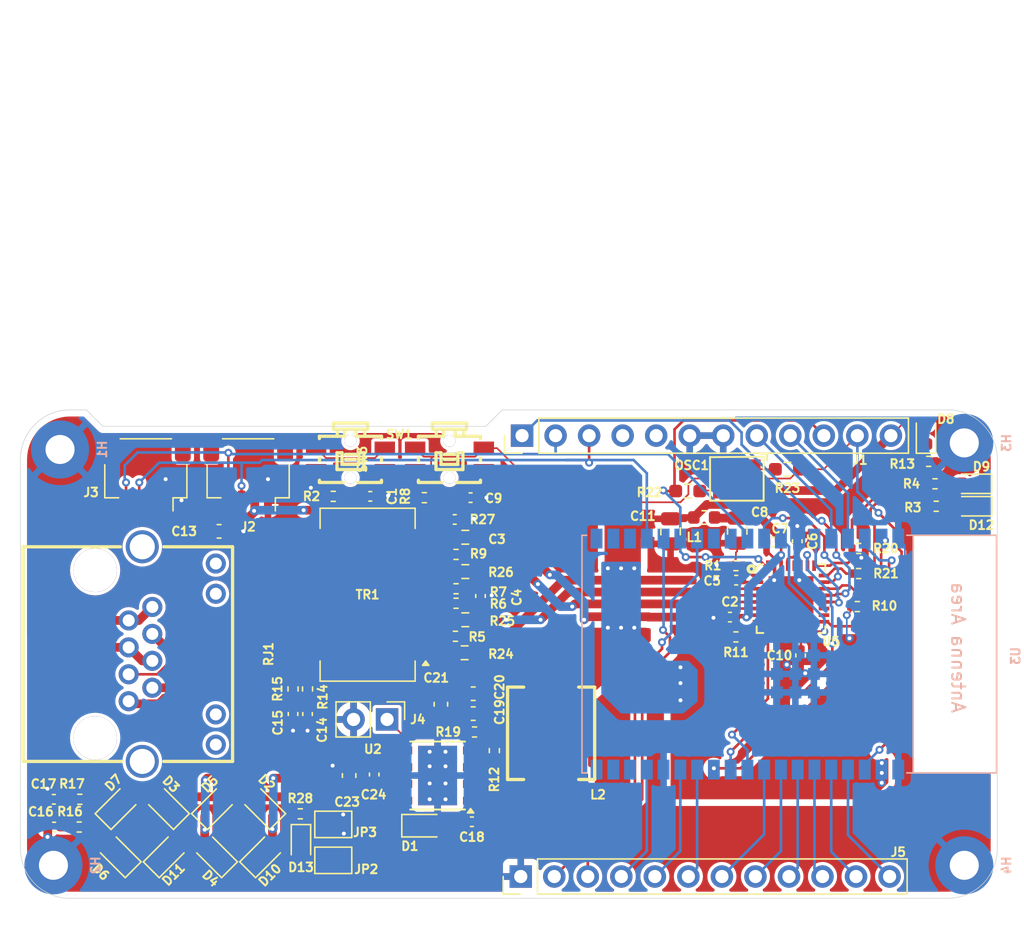
<source format=kicad_pcb>
(kicad_pcb (version 20240108) (generator "pcbnew") (generator_version "8.0")
  (layers (0 "F.Cu" signal) (31 "B.Cu" signal) (34 "B.Paste" user) (35 "F.Paste" user) (36 "B.SilkS" user "B.Silkscreen") (37 "F.SilkS" user "F.Silkscreen") (38 "B.Mask" user) (39 "F.Mask" user) (44 "Edge.Cuts" user))
  (net 0 "")
  (net 1 "+3V3")
  (net 2 "GND")
  (net 3 "Net-(C14-Pad2)")
  (net 4 "Net-(C15-Pad2)")
  (net 5 "Net-(C16-Pad2)")
  (net 6 "Net-(C17-Pad2)")
  (net 7 "/ESP_EN")
  (net 8 "/FULLBRIDGERECTIFIA/V1")
  (net 9 "/FULLBRIDGERECTIFIA/VP")
  (net 10 "/FULLBRIDGERECTIFIA/VN")
  (net 11 "/FULLBRIDGERECTIFIA/V2")
  (net 12 "/FULLBRIDGERECTIFIA1/V1")
  (net 13 "/FULLBRIDGERECTIFIA1/V2")
  (net 14 "/CSI_D7")
  (net 15 "/CSI_D0")
  (net 16 "/ESP_SCL")
  (net 17 "/ESP_SDA")
  (net 18 "/CSI_D5")
  (net 19 "/CSI_D4")
  (net 20 "/CSI_D1")
  (net 21 "/CSI_D2")
  (net 22 "/CSI_PCLK")
  (net 23 "/CSI_HSYNC")
  (net 24 "/CSI_D3")
  (net 25 "/CSI_D6")
  (net 26 "/ESP_BOOT_B1")
  (net 27 "Net-(C2-Pad2)")
  (net 28 "Net-(TR1-C_RD)")
  (net 29 "Net-(U5-RSET)")
  (net 30 "/TD-")
  (net 32 "Net-(C4-Pad1)")
  (net 33 "/TD+")
  (net 34 "Net-(U5-AVDD10OUT)")
  (net 35 "/RD-")
  (net 36 "Net-(U5-DVDD10OUT)")
  (net 37 "/RD+")
  (net 39 "Net-(U5-DVDD33)")
  (net 40 "/RTL_RXD1")
  (net 41 "/3V3_L")
  (net 42 "Net-(U2-BOOT)")
  (net 43 "/RTL_MDIO")
  (net 45 "/RTL_TXD0")
  (net 52 "/RTL_CLKIN_IO0")
  (net 53 "/RTL_EN")
  (net 56 "/RTL_RXD0")
  (net 57 "/RTL_MDC")
  (net 58 "/RTL_TXD1")
  (net 59 "/RTL_CRS_DV")
  (net 60 "/RTL_LED0")
  (net 61 "/RTL_TXEN")
  (net 62 "/ESP_TXD")
  (net 63 "/RTL_TXP")
  (net 64 "/RTL_RXN")
  (net 65 "/RTL_TXN")
  (net 66 "/RTL_RXP")
  (net 67 "Net-(OSC1-OUT)")
  (net 68 "/RTL_LED1")
  (net 69 "Net-(U5-RXDV)")
  (net 70 "Net-(U2-VSENSE)")
  (net 71 "/CSI_MCLK")
  (net 73 "/ESP_RXD_VSYNC")
  (net 76 "Net-(OSC1-Tri-state)")
  (net 77 "/RJ_TXN")
  (net 78 "/RJ_TXP")
  (net 79 "/RJ_RXN")
  (net 80 "/RJ_RXP")
  (net 81 "Net-(D8-K)")
  (net 82 "Net-(D9-A)")
  (net 83 "Net-(D12-A)")
  (net 84 "Net-(D13-K)")
  (net 85 "Net-(J4-Pin_1)")
  (net 90 "Net-(JP2-A)")
  (footprint "Capacitor_SMD:C_0402_1005Metric" (layer "F.Cu") (at 104.85 77.1 -90)
    (property "Reference" "C4")
    (property "Value" "22n/50V")
  )
  (footprint "Resistor_SMD:R_0603_1608Metric_Pad0.98x0.95mm_HandSolder" (layer "F.Cu") (at 128.1 67.5 180)
    (property "Reference" "R23")
    (property "Value" "27R/0603")
  )
  (footprint "Diode_SMD:D_SOD-323" (layer "F.Cu") (at 88.35 96.7 45)
    (property "Reference" "D10")
    (property "Value" "1N5819WS")
  )
  (footprint "Resistor_SMD:R_0402_1005Metric" (layer "F.Cu") (at 139.375 70.3)
    (property "Reference" "R3")
    (property "Value" "240")
  )
  (footprint "Diode_SMD:D_SOD-323" (layer "F.Cu") (at 84.7 96.7 135)
    (property "Reference" "D4")
    (property "Value" "1N5819WS")
  )
  (footprint "Capacitor_SMD:C_0402_1005Metric" (layer "F.Cu") (at 124.22 75.9)
    (property "Reference" "C5")
    (property "Value" "22n/50V")
  )
  (footprint "Diode_SMD:D_SOD-323" (layer "F.Cu") (at 81.05 96.7 45)
    (property "Reference" "D11")
    (property "Value" "1N5819WS")
  )
  (footprint "Capacitor_SMD:C_0603_1608Metric" (layer "F.Cu") (at 101.85 85.3 -90)
    (property "Reference" "C21")
    (property "Value" "22uF/6.3V")
  )
  (footprint "Resistor_SMD:R_0603_1608Metric_Pad0.98x0.95mm_HandSolder" (layer "F.Cu") (at 103.7 78.9)
    (property "Reference" "R25")
    (property "Value" "0R/0603")
  )
  (footprint "Resistor_SMD:R_0402_1005Metric" (layer "F.Cu") (at 74.5 92.5)
    (property "Reference" "R17")
    (property "Value" "75")
  )
  (footprint "Resistor_SMD:R_0402_1005Metric" (layer "F.Cu") (at 139.2875 68.6)
    (property "Reference" "R4")
    (property "Value" "240")
  )
  (footprint "Capacitor_SMD:C_0402_1005Metric" (layer "F.Cu") (at 96.8 90.62 -90)
    (property "Reference" "C24")
    (property "Value" "100n")
  )
  (footprint "Resistor_SMD:R_0603_1608Metric_Pad0.98x0.95mm_HandSolder" (layer "F.Cu") (at 103.65 81.4)
    (property "Reference" "R24")
    (property "Value" "0R/0603")
  )
  (footprint "Resistor_SMD:R_0402_1005Metric" (layer "F.Cu") (at 93.7 69.55 180)
    (property "Reference" "R2")
    (property "Value" "10k")
  )
  (footprint "LED_SMD:LED_0603_1608Metric" (layer "F.Cu") (at 142.0875 68.6 180)
    (property "Reference" "D9")
    (property "Value" "LED_RED")
  )
  (footprint "easyeda2kicad:RJ45-TH_R-RJ45R08P-C000" (layer "F.Cu") (at 81.5 81.5 -90)
    (property "Reference" "RJ1")
    (property "Value" "R-RJ45R08P-C000")
  )
  (footprint "Capacitor_SMD:C_0603_1608Metric" (layer "F.Cu") (at 104.3 86.01 180)
    (property "Reference" "C19")
    (property "Value" "22uF/6.3V")
  )
  (footprint "Resistor_SMD:R_0402_1005Metric" (layer "F.Cu") (at 90.65 84.14 90)
    (property "Reference" "R15")
    (property "Value" "75")
  )
  (footprint "Resistor_SMD:R_0402_1005Metric" (layer "F.Cu") (at 100.6 69.65 180)
    (property "Reference" "R8")
    (property "Value" "10k")
  )
  (footprint "Resistor_SMD:R_0603_1608Metric_Pad0.98x0.95mm_HandSolder" (layer "F.Cu") (at 120.55 69.15)
    (property "Reference" "R22")
    (property "Value" "27R/0603")
  )
  (footprint "Diode_SMD:D_SOD-323" (layer "F.Cu") (at 84.7 93.05 45)
    (property "Reference" "D5")
    (property "Value" "1N5819WS")
  )
  (footprint "Capacitor_SMD:C_0603_1608Metric" (layer "F.Cu") (at 85.05 72.2)
    (property "Reference" "C13")
    (property "Value" "10u")
  )
  (footprint "Capacitor_SMD:C_0402_1005Metric" (layer "F.Cu") (at 96.5 69.55)
    (property "Reference" "C1")
    (property "Value" "100n")
  )
  (footprint "Capacitor_SMD:C_0402_1005Metric" (layer "F.Cu") (at 72.55 94.6)
    (property "Reference" "C16")
    (property "Value" "22n/50V")
  )
  (footprint "Package_SO:TI_SO-PowerPAD-8_ThermalVias" (layer "F.Cu") (at 101.6 90.7 180)
    (property "Reference" "U2")
    (property "Value" "TPS5430DDA")
  )
  (footprint "easyeda2kicad:IND-SMD_L7.0-W6.6" (layer "F.Cu") (at 110.2 87.5 -90)
    (property "Reference" "L2")
    (property "Value" "FXL0630-6R8-M")
  )
  (footprint "Resistor_SMD:R_0402_1005Metric" (layer "F.Cu") (at 133.4 77.9 180)
    (property "Reference" "R10")
    (property "Value" "10k")
  )
  (footprint "Capacitor_SMD:C_0805_2012Metric" (layer "F.Cu") (at 124.3 72.15 90)
    (property "Reference" "C8")
    (property "Value" "47u")
  )
  (footprint "Resistor_SMD:R_0402_1005Metric" (layer "F.Cu") (at 138.8 66.9 180)
    (property "Reference" "R13")
    (property "Value" "2.49k")
  )
  (footprint "Connector_JST:JST_SH_SM04B-SRSS-TB_1x04-1MP_P1.00mm_Horizontal" (layer "F.Cu") (at 79.5 67.875 180)
    (property "Reference" "J3")
    (property "Value" "QWIIC")
  )
  (footprint "Jumper:SolderJumper-2_P1.3mm_Open_TrianglePad1.0x1.5mm" (layer "F.Cu") (at 93.7 94.4 180)
    (property "Reference" "JP3")
    (property "Value" "VPOE_PWR")
  )
  (footprint "Resistor_SMD:R_0402_1005Metric" (layer "F.Cu") (at 124.2 80.2 180)
    (property "Reference" "R11")
    (property "Value" "10k")
  )
  (footprint "Jumper:SolderJumper-2_P1.3mm_Open_TrianglePad1.0x1.5mm" (layer "F.Cu") (at 93.7 97.125 180)
    (property "Reference" "JP2")
    (property "Value" "VPOE_PWR")
  )
  (footprint "Capacitor_SMD:C_0402_1005Metric" (layer "F.Cu") (at 128.85 72.95 -90)
    (property "Reference" "C6")
    (property "Value" "22n/50V")
  )
  (footprint "Resistor_SMD:R_0402_1005Metric" (layer "F.Cu") (at 105.9 88.81 90)
    (property "Reference" "R12")
    (property "Value" "10k")
  )
  (footprint "Resistor_SMD:R_0603_1608Metric_Pad0.98x0.95mm_HandSolder" (layer "F.Cu") (at 103.7 75.25)
    (property "Reference" "R26")
    (property "Value" "0R/0603")
  )
  (footprint "Resistor_SMD:R_0402_1005Metric" (layer "F.Cu") (at 104.4 87.4)
    (property "Reference" "R19")
    (property "Value" "2.49k")
  )
  (footprint "Transformer_SMD:Transformer_Ethernet_Bourns_PT61017PEL" (layer "F.Cu") (at 96.3 77 180)
    (property "Reference" "TR1")
    (property "Value" "PT61017PEL")
  )
  (footprint "Capacitor_SMD:C_0402_1005Metric" (layer "F.Cu") (at 102.9 71.3 180)
    (property "Reference" "C3")
    (property "Value" "22n/50V")
  )
  (footprint "LED_SMD:LED_0603_1608Metric" (layer "F.Cu") (at 138.6 64.8 90)
    (property "Reference" "D8")
    (property "Value" "LED_RED")
  )
  (footprint "Capacitor_SMD:C_0402_1005Metric" (layer "F.Cu") (at 104.1 69.65)
    (property "Reference" "C9")
    (property "Value" "100n")
  )
  (footprint "Capacitor_SMD:C_0402_1005Metric" (layer "F.Cu") (at 129.1 81.6 90)
    (property "Reference" "C10")
    (property "Value" "22n/50V")
  )
  (footprint "easyeda2kicad:SW-SMD_EVQPUD02K" (layer "F.Cu") (at 95 66.75 90)
    (property "Reference" "SW1")
    (property "Value" "EVQPUC02K")
  )
  (footprint "Connector_PinHeader_2.54mm:PinHeader_1x02_P2.54mm_Vertical" (layer "F.Cu") (at 97.775 86.45 -90)
    (property "Reference" "J4")
    (property "Value" "Conn_01x02")
  )
  (footprint "Resistor_SMD:R_0402_1005Metric" (layer "F.Cu") (at 74.45 94.6)
    (property "Reference" "R16")
    (property "Value" "75")
  )
  (footprint "Resistor_SMD:R_0603_1608Metric_Pad0.98x0.95mm_HandSolder" (layer "F.Cu") (at 103.7 72.65)
    (property "Reference" "R27")
    (property "Value" "0R/0603")
  )
  (footprint "Connector_PinHeader_2.54mm:PinHeader_1x12_P2.54mm_Vertical" (layer "F.Cu") (at 108 64.95 90)
    (property "Reference" "J1")
    (property "Value" "Conn_01x12")
  )
  (footprint "Capacitor_SMD:C_0402_1005Metric" (layer "F.Cu") (at 91.75 86.04 90)
    (property "Reference" "C14")
    (property "Value" "22n/50V")
  )
  (footprint "Capacitor_SMD:C_0805_2012Metric" (layer "F.Cu") (at 119.25 72.2 90)
    (property "Reference" "C11")
    (property "Value" "47u")
  )
  (footprint "Diode_SMD:D_SOD-323" (layer "F.Cu") (at 100.5 94.5)
    (property "Reference" "D1")
    (property "Value" "1N5819WS")
  )
  (footprint "Resistor_SMD:R_0402_1005Metric" (layer "F.Cu") (at 103 76.55)
    (property "Reference" "R7")
    (property "Value" "75")
  )
  (footprint "Resistor_SMD:R_0402_1005Metric" (layer "F.Cu") (at 102.95 80.15)
    (property "Reference" "R5")
    (property "Value" "75")
  )
  (footprint "Connector_PinHeader_2.54mm:PinHeader_1x12_P2.54mm_Vertical" (layer "F.Cu") (at 107.9 98.35 90)
    (property "Reference" "J5")
    (property "Value" "Conn_01x12")
  )
  (footprint "Diode_SMD:D_SOD-323" (layer "F.Cu") (at 88.35 93.05 135)
    (property "Reference" "D2")
    (property "Value" "1N5819WS")
  )
  (footprint "Resistor_SMD:R_0402_1005Metric" (layer "F.Cu") (at 124.2 74.8)
    (property "Reference" "R1")
    (property "Value" "2.49k")
  )
  (footprint "LED_SMD:LED_0603_1608Metric" (layer "F.Cu") (at 91.25 95.9 -90)
    (property "Reference" "D13")
    (property "Value" "LED_RED")
  )
  (footprint "Capacitor_SMD:C_0402_1005Metric" (layer "F.Cu") (at 123.75 78.7)
    (property "Reference" "C2")
    (property "Value" "22n/50V")
  )
  (footprint "Capacitor_SMD:C_0402_1005Metric" (layer "F.Cu") (at 72.53 92.5)
    (property "Reference" "C17")
    (property "Value" "22n/50V")
  )
  (footprint "Capacitor_SMD:C_0402_1005Metric" (layer "F.Cu") (at 90.65 86.04 90)
    (property "Reference" "C15")
    (property "Value" "22n/50V")
  )
  (footprint "Connector_JST:JST_SH_SM04B-SRSS-TB_1x04-1MP_P1.00mm_Horizontal" (layer "F.Cu") (at 87.25 67.875 180)
    (property "Reference" "J2")
    (property "Value" "QWIIC")
  )
  (footprint "Resistor_SMD:R_0402_1005Metric" (layer "F.Cu") (at 91.2 93.6)
    (property "Reference" "R28")
    (property "Value" "10k")
  )
  (footprint "easyeda2kicad:QFN-32_L5.0-W5.0-P0.50-BL-EP3.4" (layer "F.Cu") (at 128.3725 77.3 -90)
    (property "Reference" "U5")
    (property "Value" "RTL8201FI-VC-CG")
  )
  (footprint "Diode_SMD:D_SOD-323" (layer "F.Cu") (at 77.4 93.05 45)
    (property "Reference" "D7")
    (property "Value" "1N5819WS")
  )
  (footprint "Resistor_SMD:R_0402_1005Metric" (layer "F.Cu") (at 133.5 75.4 180)
    (property "Reference" "R21")
    (property "Value" "10k")
  )
  (footprint "LED_SMD:LED_0603_1608Metric" (layer "F.Cu") (at 142.1 70.3 180)
    (property "Reference" "D12")
    (property "Value" "LED_RED")
  )
  (footprint "Inductor_SMD:L_0603_1608Metric" (layer "F.Cu") (at 121.8 71.15)
    (property "Reference" "L1")
    (property "Value" "L")
  )
  (footprint "Capacitor_SMD:C_0603_1608Metric" (layer "F.Cu") (at 94.9 90.7 90)
    (property "Reference" "C23")
    (property "Value" "10u")
  )
  (footprint "Capacitor_SMD:C_0402_1005Metric" (layer "F.Cu") (at 104.2 94.2 180)
    (property "Reference" "C18")
    (property "Value" "100n")
  )
  (footprint "Diode_SMD:D_SOD-323" (layer "F.Cu") (at 77.4 96.7 135)
    (property "Reference" "D6")
    (property "Value" "1N5819WS")
  )
  (footprint "Diode_SMD:D_SOD-323" (layer "F.Cu") (at 81.056244 93.05 135)
    (property "Reference" "D3")
    (property "Value" "1N5819WS")
  )
  (footprint "easyeda2kicad:OSC-SMD_4P-L3.2-W2.5-BL" (layer "F.Cu") (at 124.27 68.23 180)
    (property "Reference" "OSC1")
    (property "Value" "OT2EL4C4JI-111OLP-50M")
  )
  (footprint "Resistor_SMD:R_0402_1005Metric" (layer "F.Cu") (at 91.75 84.14 90)
    (property "Reference" "R14")
    (property "Value" "75")
  )
  (footprint "Resistor_SMD:R_0402_1005Metric" (layer "F.Cu") (at 103 73.95)
    (property "Reference" "R9")
    (property "Value" "75")
  )
  (footprint "Resistor_SMD:R_0402_1005Metric" (layer "F.Cu") (at 103 77.65)
    (property "Reference" "R6")
    (property "Value" "75")
  )
  (footprint "easyeda2kicad:SW-SMD_EVQPUD02K" (layer "F.Cu") (at 102.5 66.75 90)
    (property "Reference" "SW3")
    (property "Value" "EVQPUC02K")
  )
  (footprint "Capacitor_SMD:C_0603_1608Metric" (layer "F.Cu") (at 104.3 84.5 180)
    (property "Reference" "C20")
    (property "Value" "22uF/6.3V")
  )
  (footprint "Resistor_SMD:R_0402_1005Metric" (layer "F.Cu") (at 133.5 73.5 180)
    (property "Reference" "R20")
    (property "Value" "10k")
  )
  (footprint "Capacitor_SMD:C_0402_1005Metric" (layer "F.Cu") (at 127 73)
    (property "Reference" "C7")
    (property "Value" "22n/50V")
  )
  (footprint "Espressif:ESP32-WROVER-E" (layer "B.Cu") (at 128.245 81.5 90)
    (property "Reference" "U3")
    (property "Value" "ESP32-WROVER-E")
  )
  (footprint "MountingHole:MountingHole_2.2mm_M2_Pad_TopOnly" (layer "B.Cu") (at 141.5 65.5 90)
    (property "Reference" "H3")
    (property "Value" "SCR")
  )
  (footprint "MountingHole:MountingHole_2.2mm_M2_Pad_TopOnly" (layer "B.Cu") (at 72.5 97.5 90)
    (property "Reference" "H2")
    (property "Value" "SCR")
  )
  (footprint "MountingHole:MountingHole_2.2mm_M2_Pad_TopOnly" (layer "B.Cu") (at 141.5 97.5 90)
    (property "Reference" "H4")
    (property "Value" "SCR")
  )
  (footprint "MountingHole:MountingHole_2.2mm_M2_Pad_TopOnly" (layer "B.Cu") (at 73 66 90)
    (property "Reference" "H1")
    (property "Value" "SCR")
  )
  (gr_arc (start 144 96.25) (mid 142.90165 98.90165) (end 140.25 100) (stroke (width 0.05)) (layer "Edge.Cuts"))
  (gr_line (start 140.25 63) (end 106.5 63) (stroke (width 0.05)) (layer "Edge.Cuts"))
  (gr_arc (start 70 66.75) (mid 71.09835 64.09835) (end 73.75 63) (stroke (width 0.05)) (layer "Edge.Cuts"))
  (gr_line (start 75 63) (end 73.75 63) (stroke (width 0.05)) (layer "Edge.Cuts"))
  (gr_line (start 105.25 64.25) (end 106.5 63) (stroke (width 0.05)) (layer "Edge.Cuts"))
  (gr_arc (start 140.25 63) (mid 142.90165 64.09835) (end 144 66.75) (stroke (width 0.05)) (layer "Edge.Cuts"))
  (gr_line (start 70 96.25) (end 70 66.75) (stroke (width 0.05)) (layer "Edge.Cuts"))
  (gr_line (start 76.25 64.25) (end 105.25 64.25) (stroke (width 0.05)) (layer "Edge.Cuts"))
  (gr_arc (start 73.75 100) (mid 71.09835 98.90165) (end 70 96.25) (stroke (width 0.05)) (layer "Edge.Cuts"))
  (gr_line (start 76.25 64.25) (end 75 63) (stroke (width 0.05)) (layer "Edge.Cuts"))
  (gr_line (start 105 100) (end 140.25 100) (stroke (width 0.05)) (layer "Edge.Cuts"))
  (gr_line (start 144 66.75) (end 144 96.25) (stroke (width 0.05)) (layer "Edge.Cuts"))
  (gr_line (start 73.75 100) (end 105 100) (stroke (width 0.05)) (layer "Edge.Cuts"))
  (segment (start 100.09 70.56) (end 100.05 70.6) (width 0.127) (layer "F.Cu") (net 1))
  (segment (start 96.9 82.05) (end 96.9 70.6) (width 0.66) (layer "F.Cu") (net 1))
  (segment (start 124.313 70.167) (end 121.9955 70.167) (width 0.66) (layer "F.Cu") (net 1))
  (segment (start 120.95 71.15) (end 120.85 71.25) (width 0.127) (layer "F.Cu") (net 1))
  (segment (start 132.89 77.9) (end 132.89 78.26) (width 0.127) (layer "F.Cu") (net 1))
  (segment (start 101.85 84.525) (end 99.375 84.525) (width 0.66) (layer "F.Cu") (net 1))
  (segment (start 93.15 70.6) (end 91.45 70.6) (width 0.66) (layer "F.Cu") (net 1))
  (segment (start 138.6 64.0125) (end 136.8775 64.0125) (width 0.127) (layer "F.Cu") (net 1))
  (segment (start 105.9 86.835) (end 105.075 86.01) (width 0.127) (layer "F.Cu") (net 1))
  (segment (start 125.37 69.11) (end 124.313 70.167) (width 0.66) (layer "F.Cu") (net 1))
  (segment (start 135.94 64.95) (end 131.78 69.11) (width 0.66) (layer "F.Cu") (net 1))
  (segment (start 123.69 80.2) (end 123.3 80.2) (width 0.127) (layer "F.Cu") (net 1))
  (segment (start 87.75 70.7) (end 87.75 69.875) (width 0.66) (layer "F.Cu") (net 1))
  (segment (start 87.343 71.107) (end 87.75 70.7) (width 0.66) (layer "F.Cu") (net 1))
  (segment (start 131.78 69.11) (end 125.37 69.11) (width 0.66) (layer "F.Cu") (net 1))
  (segment (start 84.275 72.2) (end 84.275 71.132) (width 0.66) (layer "F.Cu") (net 1))
  (segment (start 102.807 83.568) (end 101.85 84.525) (width 0.66) (layer "F.Cu") (net 1))
  (segment (start 105.075 84.5) (end 104.143 83.568) (width 0.66) (layer "F.Cu") (net 1))
  (segment (start 136.8775 64.0125) (end 135.94 64.95) (width 0.127) (layer "F.Cu") (net 1))
  (segment (start 96.9 70.6) (end 93.15 70.6) (width 0.66) (layer "F.Cu") (net 1))
  (segment (start 105.9 88.3) (end 105.9 86.835) (width 0.127) (layer "F.Cu") (net 1))
  (segment (start 120.85 71.25) (end 119.25 71.25) (width 0.127) (layer "F.Cu") (net 1))
  (segment (start 84.25 71.107) (end 87.343 71.107) (width 0.66) (layer "F.Cu") (net 1))
  (segment (start 80 69.875) (end 80 70.649999) (width 0.66) (layer "F.Cu") (net 1))
  (segment (start 132.89 78.26) (end 132.6 78.55) (width 0.127) (layer "F.Cu") (net 1))
  (segment (start 84.275 71.132) (end 84.25 71.107) (width 0.66) (layer "F.Cu") (net 1))
  (segment (start 121.0125 71.15) (end 120.95 71.15) (width 0.127) (layer "F.Cu") (net 1))
  (segment (start 122.4 80.75) (end 121.85 80.2) (width 0.127) (layer "F.Cu") (net 1))
  (segment (start 121.9955 70.167) (end 121.0125 71.15) (width 0.66) (layer "F.Cu") (net 1))
  (segment (start 122.75 80.75) (end 122.4 80.75) (width 0.127) (layer "F.Cu") (net 1))
  (segment (start 123.3 80.2) (end 122.75 80.75) (width 0.127) (layer "F.Cu") (net 1))
  (segment (start 104.143 83.568) (end 102.807 83.568) (width 0.66) (layer "F.Cu") (net 1))
  (segment (start 100.09 69.65) (end 100.09 70.56) (width 0.127) (layer "F.Cu") (net 1))
  (segment (start 80 70.649999) (end 80.457001 71.107) (width 0.66) (layer "F.Cu") (net 1))
  (segment (start 99.375 84.525) (end 96.9 82.05) (width 0.66) (layer "F.Cu") (net 1))
  (segment (start 93.19 69.55) (end 93.19 70.56) (width 0.127) (layer "F.Cu") (net 1))
  (segment (start 80.457001 71.107) (end 84.25 71.107) (width 0.66) (layer "F.Cu") (net 1))
  (segment (start 93.19 70.56) (end 93.15 70.6) (width 0.127) (layer "F.Cu") (net 1))
  (segment (start 96.9 70.6) (end 100.05 70.6) (width 0.66) (layer "F.Cu") (net 1))
  (via (at 91.45 70.6) (size 0.6) (drill 0.3) (layers "F.Cu" "B.Cu") (net 1))
  (via (at 135.25 89.75) (size 0.6) (drill 0.3) (layers "F.Cu" "B.Cu") (net 1))
  (via (at 120 85) (size 0.6) (drill 0.3) (layers "F.Cu" "B.Cu") (net 1))
  (via (at 132.6 78.55) (size 0.6) (drill 0.3) (layers "F.Cu" "B.Cu") (net 1))
  (via (at 114.5 79.5) (size 0.6) (drill 0.3) (layers "F.Cu" "B.Cu") (net 1))
  (via (at 135.25 90.5) (size 0.6) (drill 0.3) (layers "F.Cu" "B.Cu") (net 1))
  (via (at 114.5 75) (size 0.6) (drill 0.3) (layers "F.Cu" "B.Cu") (net 1))
  (via (at 115.5 79.5) (size 0.6) (drill 0.3) (layers "F.Cu" "B.Cu") (net 1))
  (via (at 116.5 79.5) (size 0.6) (drill 0.3) (layers "F.Cu" "B.Cu") (net 1))
  (via (at 120 82.5) (size 0.6) (drill 0.3) (layers "F.Cu" "B.Cu") (net 1))
  (via (at 87.7 70.65) (size 0.6) (drill 0.3) (layers "F.Cu" "B.Cu") (net 1))
  (via (at 120 83.7) (size 0.6) (drill 0.3) (layers "F.Cu" "B.Cu") (net 1))
  (via (at 115.5 75) (size 0.6) (drill 0.3) (layers "F.Cu" "B.Cu") (net 1))
  (via (at 132.8 80.3) (size 0.6) (drill 0.3) (layers "F.Cu" "B.Cu") (net 1))
  (via (at 116.5 75) (size 0.6) (drill 0.3) (layers "F.Cu" "B.Cu") (net 1))
  (via (at 135.25 91.25) (size 0.6) (drill 0.3) (layers "F.Cu" "B.Cu") (net 1))
  (segment (start 91.45 70.6) (end 87.75 70.6) (width 0.66) (layer "B.Cu") (net 1))
  (segment (start 135.25 91.25) (end 135.25 90.5) (width 0.127) (layer "B.Cu") (net 1))
  (segment (start 132.6 80.1) (end 132.8 80.3) (width 0.127) (layer "B.Cu") (net 1))
  (segment (start 132.6 78.55) (end 132.6 80.1) (width 0.127) (layer "B.Cu") (net 1))
  (segment (start 87.75 70.6) (end 87.7 70.65) (width 0.66) (layer "B.Cu") (net 1))
  (segment (start 134.01 75.4) (end 134.01 74.51) (width 0.127) (layer "F.Cu") (net 2))
  (segment (start 127.1225 74.2725) (end 126.52 73.67) (width 0.2) (layer "F.Cu") (net 2))
  (segment (start 72.07 95.33) (end 72.05 95.35) (width 0.66) (layer "F.Cu") (net 2))
  (segment (start 104.85 77.58) (end 105.17 77.58) (width 0.127) (layer "F.Cu") (net 2))
  (segment (start 129.1 82.08) (end 129.1 82.6) (width 0.2) (layer "F.Cu") (net 2))
  (segment (start 134.01 73.5) (end 134.01 73.89) (width 0.127) (layer "F.Cu") (net 2))
  (segment (start 105.17 77.58) (end 105.7 77.05) (width 0.127) (layer "F.Cu") (net 2))
  (segment (start 81 69.875) (end 81 68.25) (width 0.127) (layer "F.Cu") (net 2))
  (segment (start 103.38 71.3) (end 104.3 71.3) (width 0.66) (layer "F.Cu") (net 2))
  (segment (start 127.1225 74.8) (end 127.1225 74.2725) (width 0.2) (layer "F.Cu") (net 2))
  (segment (start 72.05 92.5) (end 72.05 91.7) (width 0.66) (layer "F.Cu") (net 2))
  (segment (start 96.98 69.55) (end 97.8 69.55) (width 0.127) (layer "F.Cu") (net 2))
  (segment (start 88.75 69.875) (end 88.75 68.25) (width 0.127) (layer "F.Cu") (net 2))
  (segment (start 85.825 72.2) (end 86.9 72.2) (width 0.66) (layer "F.Cu") (net 2))
  (segment (start 94.5 95.1) (end 94.45 95.05) (width 0.127) (layer "F.Cu") (net 2))
  (segment (start 97.8 69.55) (end 97.85 69.5) (width 0.127) (layer "F.Cu") (net 2))
  (segment (start 94.9 89.925) (end 96.585 89.925) (width 0.66) (layer "F.Cu") (net 2))
  (segment (start 90.65 86.52) (end 90.65 87.3) (width 0.127) (layer "F.Cu") (net 2))
  (segment (start 96.585 89.925) (end 96.8 90.14) (width 0.66) (layer "F.Cu") (net 2))
  (segment (start 124.2 74.29) (end 124.2 73.8) (width 0.127) (layer "F.Cu") (net 2))
  (segment (start 82.175 69.875) (end 82.2 69.85) (width 0.127) (layer "F.Cu") (net 2))
  (segment (start 126.52 73.67) (end 126.52 73) (width 0.2) (layer "F.Cu") (net 2))
  (segment (start 104.58 69.65) (end 105.3 69.65) (width 0.127) (layer "F.Cu") (net 2))
  (segment (start 93.675 89.925) (end 93.65 89.95) (width 0.66) (layer "F.Cu") (net 2))
  (segment (start 127.1225 74.8) (end 127.1225 76.05) (width 0.2) (layer "F.Cu") (net 2))
  (segment (start 94.9 89.925) (end 93.675 89.925) (width 0.66) (layer "F.Cu") (net 2))
  (segment (start 124.3 73.7) (end 124.3 73.1) (width 0.127) (layer "F.Cu") (net 2))
  (segment (start 129.1 82.08) (end 128.27 82.08) (width 0.2) (layer "F.Cu") (net 2))
  (segment (start 127.1 75.9) (end 127.1 74.8225) (width 0.2) (layer "F.Cu") (net 2))
  (segment (start 124.2 73.8) (end 124.3 73.7) (width 0.127) (layer "F.Cu") (net 2))
  (segment (start 92.4 67.6) (end 92.4 68.5) (width 0.127) (layer "F.Cu") (net 2))
  (segment (start 128.27 82.08) (end 128.05 82.3) (width 0.2) (layer "F.Cu") (net 2))
  (segment (start 94.45 95.05) (end 94.45 93.65) (width 0.127) (layer "F.Cu") (net 2))
  (segment (start 127.1225 76.05) (end 128.3725 77.3) (width 0.2) (layer "F.Cu") (net 2))
  (segment (start 92.4 68.5) (end 92 68.9) (width 0.127) (layer "F.Cu") (net 2))
  (segment (start 129.1 82.6) (end 129.45 82.95) (width 0.2) (layer "F.Cu") (net 2))
  (segment (start 104.3 71.3) (end 104.35 71.25) (width 0.66) (layer "F.Cu") (net 2))
  (segment (start 134.01 73.89) (end 133.7 74.2) (width 0.127) (layer "F.Cu") (net 2))
  (segment (start 81 69.875) (end 82.175 69.875) (width 0.127) (layer "F.Cu") (net 2))
  (segment (start 128.85 72.47) (end 128.85 71.8) (width 0.2) (layer "F.Cu") (net 2))
  (segment (start 91.75 86.52) (end 91.75 87.3) (width 0.127) (layer "F.Cu") (net 2))
  (segment (start 123.69 74.8) (end 124.2 74.29) (width 0.127) (layer "F.Cu") (net 2))
  (segment (start 134.01 74.51) (end 133.7 74.2) (width 0.127) (layer "F.Cu") (net 2))
  (segment (start 127.1 74.8225) (end 127.1225 74.8) (width 0.2) (layer "F.Cu") (net 2))
  (segment (start 72.07 94.6) (end 72.07 95.33) (width 0.66) (layer "F.Cu") (net 2))
  (via (at 127.1 75.9) (size 0.6) (drill 0.3) (layers "F.Cu" "B.Cu") (net 2))
  (via (at 94.5 95.1) (size 0.6) (drill 0.3) (layers "F.Cu" "B.Cu") (net 2))
  (via (at 129.45 82.95) (size 0.6) (drill 0.3) (layers "F.Cu" "B.Cu") (net 2))
  (via (at 94.45 93.65) (size 0.6) (drill 0.3) (layers "F.Cu" "B.Cu") (net 2))
  (via (at 72.05 95.35) (size 0.6) (drill 0.3) (layers "F.Cu" "B.Cu") (net 2))
  (via (at 133.7 74.2) (size 0.6) (drill 0.3) (layers "F.Cu" "B.Cu") (net 2))
  (via (at 81 68.25) (size 0.6) (drill 0.3) (layers "F.Cu" "B.Cu") (net 2))
  (via (at 91.75 87.3) (size 0.6) (drill 0.3) (layers "F.Cu" "B.Cu") (net 2))
  (via (at 128.05 82.3) (size 0.6) (drill 0.3) (layers "F.Cu" "B.Cu") (net 2))
  (via (at 90.65 87.3) (size 0.6) (drill 0.3) (layers "F.Cu" "B.Cu") (net 2))
  (via (at 82.2 69.85) (size 0.6) (drill 0.3) (layers "F.Cu" "B.Cu") (net 2))
  (via (at 122.75 75.75) (size 0.6) (drill 0.3) (layers "F.Cu" "B.Cu") (net 2))
  (via (at 88.75 68.25) (size 0.6) (drill 0.3) (layers "F.Cu" "B.Cu") (net 2))
  (via (at 97.85 69.5) (size 0.6) (drill 0.3) (layers "F.Cu" "B.Cu") (net 2))
  (via (at 86.9 72.2) (size 0.6) (drill 0.3) (layers "F.Cu" "B.Cu") (net 2))
  (via (at 92 68.9) (size 0.6) (drill 0.3) (layers "F.Cu" "B.Cu") (net 2))
  (via (at 129 75.9) (size 0.6) (drill 0.3) (layers "F.Cu" "B.Cu") (net 2))
  (via (at 128.85 71.8) (size 0.6) (drill 0.3) (layers "F.Cu" "B.Cu") (net 2))
  (via (at 104.35 71.25) (size 0.6) (drill 0.3) (layers "F.Cu" "B.Cu") (net 2))
  (via (at 105.3 69.65) (size 0.6) (drill 0.3) (layers "F.Cu" "B.Cu") (net 2))
  (via (at 93.65 89.95) (size 0.6) (drill 0.3) (layers "F.Cu" "B.Cu") (net 2))
  (via (at 105.7 77.05) (size 0.6) (drill 0.3) (layers "F.Cu" "B.Cu") (net 2))
  (via (at 122.5 78.75) (size 0.6) (drill 0.3) (layers "F.Cu" "B.Cu") (net 2))
  (via (at 72.05 91.7) (size 0.6) (drill 0.3) (layers "F.Cu" "B.Cu") (net 2))
  (via (at 122.75 74.75) (size 0.6) (drill 0.3) (layers "F.Cu" "B.Cu") (net 2))
  (segment (start 137 73.25) (end 137 75) (width 0.127) (layer "B.Cu") (net 2))
  (segment (start 136.5 72.75) (end 137 73.25) (width 0.127) (layer "B.Cu") (net 2))
  (segment (start 91.75 84.65) (end 91.75 85.56) (width 0.127) (layer "F.Cu") (net 3))
  (segment (start 90.65 84.65) (end 90.65 85.56) (width 0.127) (layer "F.Cu") (net 4))
  (segment (start 73.94 94.6) (end 73.03 94.6) (width 0.66) (layer "F.Cu") (net 5))
  (segment (start 73.99 92.5) (end 73.01 92.5) (width 0.66) (layer "F.Cu") (net 6))
  (segment (start 101.11 69.65) (end 103.62 69.65) (width 0.127) (layer "F.Cu") (net 7))
  (segment (start 128.3125 68.2) (end 121 68.2) (width 0.127) (layer "F.Cu") (net 7))
  (segment (start 136.2 87.626) (end 135.076 88.75) (width 0.2) (layer "F.Cu") (net 7))
  (segment (start 136.2 72) (end 136.2 73.2) (width 0.2) (layer "F.Cu") (net 7))
  (segment (start 130.85 67.5) (end 133.4 64.95) (width 0.127) (layer "F.Cu") (net 7))
  (segment (start 120.6 69.390102) (end 119.990102 70) (width 0.127) (layer "F.Cu") (net 7))
  (segment (start 119.990102 70) (end 110.2 70) (width 0.127) (layer "F.Cu") (net 7))
  (segment (start 121 68.2) (end 120.6 68.6) (width 0.127) (layer "F.Cu") (net 7))
  (segment (start 104.45 66.55) (end 105.1 65.9) (width 0.127) (layer "F.Cu") (net 7))
  (segment (start 129.0125 67.5) (end 130.85 67.5) (width 0.127) (layer "F.Cu") (net 7))
  (segment (start 129.0125 67.5) (end 128.3125 68.2) (width 0.127) (layer "F.Cu") (net 7))
  (segment (start 99.9 65.9) (end 100.55 66.55) (width 0.127) (layer "F.Cu") (net 7))
  (segment (start 136.2 75.6) (end 136.2 87.626) (width 0.2) (layer "F.Cu") (net 7))
  (segment (start 136.2 73.2) (end 136.75 73.75) (width 0.2) (layer "F.Cu") (net 7))
  (segment (start 136.75 75.05) (end 136.2 75.6) (width 0.2) (layer "F.Cu") (net 7))
  (segment (start 136.75 73.75) (end 136.75 75.05) (width 0.2) (layer "F.Cu") (net 7))
  (segment (start 135 70.8) (end 136.2 72) (width 0.2) (layer "F.Cu") (net 7))
  (segment (start 106.1 65.9) (end 105.1 65.9) (width 0.127) (layer "F.Cu") (net 7))
  (segment (start 110.2 70) (end 106.1 65.9) (width 0.127) (layer "F.Cu") (net 7))
  (segment (start 100.55 66.55) (end 101.25 66.55) (width 0.127) (layer "F.Cu") (net 7))
  (segment (start 120.6 68.6) (end 120.6 69.390102) (width 0.127) (layer "F.Cu") (net 7))
  (segment (start 101.25 66.55) (end 104.45 66.55) (width 0.127) (layer "F.Cu") (net 7))
  (segment (start 101.11 66.69) (end 101.25 66.55) (width 0.127) (layer "F.Cu") (net 7))
  (segment (start 101.11 69.65) (end 101.11 66.69) (width 0.127) (layer "F.Cu") (net 7))
  (via (at 135.076 88.75) (size 0.6) (drill 0.3) (layers "F.Cu" "B.Cu") (net 7))
  (via (at 135 70.8) (size 0.6) (drill 0.3) (layers "F.Cu" "B.Cu") (net 7))
  (segment (start 133.4 64.95) (end 133.4 69.2) (width 0.2) (layer "B.Cu") (net 7))
  (segment (start 133.96 89.866) (end 133.96 90.25) (width 0.2) (layer "B.Cu") (net 7))
  (segment (start 135.076 88.75) (end 133.96 89.866) (width 0.2) (layer "B.Cu") (net 7))
  (segment (start 133.4 69.2) (end 135 70.8) (width 0.2) (layer "B.Cu") (net 7))
  (segment (start 93.994 82.468986) (end 93.994 74.409) (width 0.66) (layer "F.Cu") (net 8))
  (segment (start 92.832986 83.63) (end 93.994 82.468986) (width 0.66) (layer "F.Cu") (net 8))
  (segment (start 89.092462 95.957538) (end 89.092462 93.792462) (width 0.66) (layer "F.Cu") (net 8))
  (segment (start 89.75 90.9) (end 89.15 90.9) (width 0.66) (layer "F.Cu") (net 8))
  (segment (start 92.832986 87.817014) (end 90.6 90.05) (width 0.66) (layer "F.Cu") (net 8))
  (segment (start 90.6 90.05) (end 89.75 90.9) (width 0.66) (layer "F.Cu") (net 8))
  (segment (start 91.75 83.63) (end 92.832986 83.63) (width 0.66) (layer "F.Cu") (net 8))
  (segment (start 92.832986 83.63) (end 92.832986 87.817014) (width 0.66) (layer "F.Cu") (net 8))
  (segment (start 93.41 73.825) (end 91.9 73.825) (width 0.66) (layer "F.Cu") (net 8))
  (segment (start 93.994 74.409) (end 93.41 73.825) (width 0.66) (layer "F.Cu") (net 8))
  (via (at 89.092462 94.75) (size 0.6) (drill 0.3) (layers "F.Cu" "B.Cu") (net 8))
  (via (at 89.15 90.9) (size 0.6) (drill 0.3) (layers "F.Cu" "B.Cu") (net 8))
  (segment (start 89.15 90.9) (end 89.15 94.692462) (width 0.66) (layer "B.Cu") (net 8))
  (segment (start 89.15 94.692462) (end 89.092462 94.75) (width 0.66) (layer "B.Cu") (net 8))
  (segment (start 87 97.442462) (end 87.607538 97.442462) (width 0.66) (layer "F.Cu") (net 9))
  (segment (start 80.307538 97.442462) (end 78.142462 97.442462) (width 0.66) (layer "F.Cu") (net 9))
  (segment (start 91.25 96.6875) (end 91.25 97.075) (width 0.66) (layer "F.Cu") (net 9))
  (segment (start 91.3 97.125) (end 92.963097 97.125) (width 0.66) (layer "F.Cu") (net 9))
  (segment (start 91.25 97.075) (end 91.3 97.125) (width 0.66) (layer "F.Cu") (net 9))
  (segment (start 87.607538 97.442462) (end 87.925 97.125) (width 0.66) (layer "F.Cu") (net 9))
  (segment (start 87.925 97.125) (end 91.3 97.125) (width 0.66) (layer "F.Cu") (net 9))
  (segment (start 85.442462 97.442462) (end 87 97.442462) (width 0.66) (layer "F.Cu") (net 9))
  (segment (start 85.442462 97.442462) (end 80.307538 97.442462) (width 0.66) (layer "F.Cu") (net 9))
  (segment (start 92.057538 92.307538) (end 92.963097 93.213097) (width 0.66) (layer "F.Cu") (net 10))
  (segment (start 80.313782 92.307538) (end 85.442462 92.307538) (width 0.66) (layer "F.Cu") (net 10))
  (segment (start 85.442462 92.307538) (end 87.607538 92.307538) (width 0.66) (layer "F.Cu") (net 10))
  (segment (start 90.69 92.397538) (end 90.6 92.307538) (width 0.66) (layer "F.Cu") (net 10))
  (segment (start 87.607538 92.307538) (end 90.6 92.307538) (width 0.66) (layer "F.Cu") (net 10))
  (segment (start 92.963097 93.213097) (end 92.963097 94.4) (width 0.66) (layer "F.Cu") (net 10))
  (segment (start 90.6 92.307538) (end 92.057538 92.307538) (width 0.66) (layer "F.Cu") (net 10))
  (segment (start 80.313782 92.307538) (end 78.142462 92.307538) (width 0.66) (layer "F.Cu") (net 10))
  (segment (start 90.69 93.6) (end 90.69 92.397538) (width 0.66) (layer "F.Cu") (net 10))
  (segment (start 90.330001 83.63) (end 89.6 84.360001) (width 0.66) (layer "F.Cu") (net 11))
  (segment (start 93.025 80.175) (end 91.9 80.175) (width 0.66) (layer "F.Cu") (net 11))
  (segment (start 91.210001 82.8) (end 92.55 82.8) (width 0.66) (layer "F.Cu") (net 11))
  (segment (start 93.207 80.357) (end 93.025 80.175) (width 0.66) (layer "F.Cu") (net 11))
  (segment (start 89.6 88.4) (end 87.1 90.9) (width 0.66) (layer "F.Cu") (net 11))
  (segment (start 86.15 90.9) (end 84.15 90.9) (width 0.66) (layer "F.Cu") (net 11))
  (segment (start 90.65 83.63) (end 90.330001 83.63) (width 0.66) (layer "F.Cu") (net 11))
  (segment (start 93.207 82.143) (end 93.207 80.357) (width 0.66) (layer "F.Cu") (net 11))
  (segment (start 90.65 83.63) (end 90.65 83.360001) (width 0.66) (layer "F.Cu") (net 11))
  (segment (start 84.15 90.9) (end 84 91.05) (width 0.66) (layer "F.Cu") (net 11))
  (segment (start 90.65 83.360001) (end 91.210001 82.8) (width 0.66) (layer "F.Cu") (net 11))
  (segment (start 89.6 84.360001) (end 89.6 88.4) (width 0.66) (layer "F.Cu") (net 11))
  (segment (start 83.957538 93.792462) (end 83.957538 95.957538) (width 0.66) (layer "F.Cu") (net 11))
  (segment (start 87.1 90.9) (end 86.15 90.9) (width 0.66) (layer "F.Cu") (net 11))
  (segment (start 92.55 82.8) (end 93.207 82.143) (width 0.66) (layer "F.Cu") (net 11))
  (via (at 83.957538 94.8) (size 0.6) (drill 0.3) (layers "F.Cu" "B.Cu") (net 11))
  (via (at 84 91.05) (size 0.6) (drill 0.3) (layers "F.Cu" "B.Cu") (net 11))
  (segment (start 84 94.757538) (end 83.957538 94.8) (width 0.66) (layer "B.Cu") (net 11))
  (segment (start 84 91.05) (end 84 94.757538) (width 0.66) (layer "B.Cu") (net 11))
  (segment (start 79.99 82.01) (end 79.22 82.01) (width 0.66) (layer "F.Cu") (net 12))
  (segment (start 79.22 82.01) (end 78.2 80.99) (width 0.66) (layer "F.Cu") (net 12))
  (segment (start 75.01 92.180001) (end 75.01 92.5) (width 0.66) (layer "F.Cu") (net 12))
  (segment (start 72.4 89.570001) (end 75.01 92.180001) (width 0.66) (layer "F.Cu") (net 12))
  (segment (start 79.1 94.65) (end 76.95 92.5) (width 0.66) (layer "F.Cu") (net 12))
  (segment (start 78.2 80.99) (end 73.46 80.99) (width 0.66) (layer "F.Cu") (net 12))
  (segment (start 81.798706 95.951294) (end 81.792462 95.957538) (width 0.66) (layer "F.Cu") (net 12))
  (segment (start 81.798706 94.65) (end 79.1 94.65) (width 0.66) (layer "F.Cu") (net 12))
  (segment (start 81.798706 93.792462) (end 81.798706 94.65) (width 0.66) (layer "F.Cu") (net 12))
  (segment (start 73.46 80.99) (end 72.4 82.05) (width 0.66) (layer "F.Cu") (net 12))
  (segment (start 72.4 82.05) (end 72.4 89.570001) (width 0.66) (layer "F.Cu") (net 12))
  (segment (start 81.798706 94.65) (end 81.798706 95.951294) (width 0.66) (layer "F.Cu") (net 12))
  (segment (start 76.95 92.5) (end 75.01 92.5) (width 0.66) (layer "F.Cu") (net 12))
  (segment (start 78.97 78.95) (end 79.99 77.93) (width 0.66) (layer "F.Cu") (net 13))
  (segment (start 75.8 94.6) (end 74.96 94.6) (width 0.66) (layer "F.Cu") (net 13))
  (segment (start 74.96 94.280001) (end 74.179999 93.5) (width 0.66) (layer "F.Cu") (net 13))
  (segment (start 76.657538 94.8) (end 76.657538 95.957538) (width 0.66) (layer "F.Cu") (net 13))
  (segment (start 74.179999 93.5) (end 71.15 93.5) (width 0.66) (layer "F.Cu") (net 13))
  (segment (start 71.15 93.5) (end 71.15 80.55) (width 0.66) (layer "F.Cu") (net 13))
  (segment (start 76.657538 93.792462) (end 76.657538 94.8) (width 0.66) (layer "F.Cu") (net 13))
  (segment (start 76 94.8) (end 75.8 94.6) (width 0.66) (layer "F.Cu") (net 13))
  (segment (start 78.2 78.95) (end 78.97 78.95) (width 0.66) (layer "F.Cu") (net 13))
  (segment (start 74.96 94.6) (end 74.96 94.280001) (width 0.66) (layer "F.Cu") (net 13))
  (segment (start 76.657538 94.8) (end 76 94.8) (width 0.66) (layer "F.Cu") (net 13))
  (segment (start 71.15 80.55) (end 72.75 78.95) (width 0.66) (layer "F.Cu") (net 13))
  (segment (start 72.75 78.95) (end 78.2 78.95) (width 0.66) (layer "F.Cu") (net 13))
  (segment (start 128.88 97.69) (end 128.502843 98.067157) (width 0.2) (layer "B.Cu") (net 14))
  (segment (start 128.88 90.25) (end 128.88 97.69) (width 0.2) (layer "B.Cu") (net 14))
  (segment (start 118.675735 79.675735) (end 119.2 80.2) (width 0.2) (layer "F.Cu") (net 15))
  (segment (start 117.1 92.5) (end 112.98 96.62) (width 0.2) (layer "F.Cu") (net 15))
  (segment (start 112.98 96.62) (end 112.98 98.35) (width 0.2) (layer "F.Cu") (net 15))
  (segment (start 119.2 81.348529) (end 117.1 83.448529) (width 0.2) (layer "F.Cu") (net 15))
  (segment (start 117.1 83.448529) (end 117.1 92.5) (width 0.2) (layer "F.Cu") (net 15))
  (segment (start 119.2 80.2) (end 119.2 81.348529) (width 0.2) (layer "F.Cu") (net 15))
  (via (at 118.675735 79.675735) (size 0.6) (drill 0.3) (layers "F.Cu" "B.Cu") (net 15))
  (segment (start 118.72 79.63147) (end 118.72 72.75) (width 0.2) (layer "B.Cu") (net 15))
  (segment (start 118.675735 79.675735) (end 118.72 79.63147) (width 0.2) (layer "B.Cu") (net 15))
  (segment (start 85.75 66.25) (end 85.75 69.875) (width 0.2) (layer "F.Cu") (net 16))
  (segment (start 78 68.5) (end 78 69.875) (width 0.2) (layer "F.Cu") (net 16))
  (via (at 85.75 66.25) (size 0.6) (drill 0.3) (layers "F.Cu" "B.Cu") (net 16))
  (via (at 78 68.5) (size 0.6) (drill 0.3) (layers "F.Cu" "B.Cu") (net 16))
  (segment (start 110.54 66.29) (end 110.6 66.35) (width 0.2) (layer "B.Cu") (net 16))
  (segment (start 78.875 66.225) (end 77.9 67.2) (width 0.2) (layer "B.Cu") (net 16))
  (segment (start 125.07 72.75) (end 125.07 72.37) (width 0.2) (layer "B.Cu") (net 16))
  (segment (start 125.07 72.37) (end 119.05 66.35) (width 0.2) (layer "B.Cu") (net 16))
  (segment (start 85.75 66.25) (end 85.725 66.225) (width 0.2) (layer "B.Cu") (net 16))
  (segment (start 110.54 64.95) (end 110.54 66.29) (width 0.2) (layer "B.Cu") (net 16))
  (segment (start 85.85 66.35) (end 85.75 66.25) (width 0.2) (layer "B.Cu") (net 16))
  (segment (start 77.9 67.2) (end 77.9 68.4) (width 0.2) (layer "B.Cu") (net 16))
  (segment (start 110.6 66.35) (end 85.85 66.35) (width 0.2) (layer "B.Cu") (net 16))
  (segment (start 85.725 66.225) (end 78.875 66.225) (width 0.2) (layer "B.Cu") (net 16))
  (segment (start 110.65 64.95) (end 110.54 64.95) (width 0.2) (layer "B.Cu") (net 16))
  (segment (start 77.9 68.4) (end 78 68.5) (width 0.2) (layer "B.Cu") (net 16))
  (segment (start 119.05 66.35) (end 110.6 66.35) (width 0.2) (layer "B.Cu") (net 16))
  (segment (start 113.08 67) (end 113.08 64.95) (width 0.2) (layer "F.Cu") (net 17))
  (segment (start 86.75 68.75) (end 86.75 69.875) (width 0.2) (layer "F.Cu") (net 17))
  (segment (start 79 68.5) (end 79 69.875) (width 0.2) (layer "F.Cu") (net 17))
  (via (at 86.75 68.75) (size 0.6) (drill 0.3) (layers "F.Cu" "B.Cu") (net 17))
  (via (at 113.08 67) (size 0.6) (drill 0.3) (layers "F.Cu" "B.Cu") (net 17))
  (via (at 79 68.5) (size 0.6) (drill 0.3) (layers "F.Cu" "B.Cu") (net 17))
  (segment (start 86.75 67) (end 80.5 67) (width 0.2) (layer "B.Cu") (net 17))
  (segment (start 111.35 66.8) (end 116.45 66.8) (width 0.2) (layer "B.Cu") (net 17))
  (segment (start 86.75 68.75) (end 86.75 67) (width 0.2) (layer "B.Cu") (net 17))
  (segment (start 116.45 66.8) (end 117.45 67.8) (width 0.2) (layer "B.Cu") (net 17))
  (segment (start 86.75 67) (end 88.1 67) (width 0.2) (layer "B.Cu") (net 17))
  (segment (start 80.5 67) (end 79 68.5) (width 0.2) (layer "B.Cu") (net 17))
  (segment (start 112.88 66.8) (end 113.08 67) (width 0.2) (layer "B.Cu") (net 17))
  (segment (start 111.35 66.8) (end 112.88 66.8) (width 0.2) (layer "B.Cu") (net 17))
  (segment (start 88.3 66.8) (end 111.35 66.8) (width 0.2) (layer "B.Cu") (net 17))
  (segment (start 117.45 67.8) (end 117.45 72.75) (width 0.2) (layer "B.Cu") (net 17))
  (segment (start 88.1 67) (end 88.3 66.8) (width 0.2) (layer "B.Cu") (net 17))
  (segment (start 131.42 96.47) (end 131.42 90.25) (width 0.2) (layer "B.Cu") (net 18))
  (segment (start 133.3 98.35) (end 131.42 96.47) (width 0.2) (layer "B.Cu") (net 18))
  (segment (start 135.84 98.35) (end 132.69 95.2) (width 0.2) (layer "B.Cu") (net 19))
  (segment (start 132.69 95.2) (end 132.69 90.25) (width 0.2) (layer "B.Cu") (net 19))
  (segment (start 116.55 92.24) (end 110.44 98.35) (width 0.2) (layer "F.Cu") (net 20))
  (segment (start 116.55 83.15) (end 116.55 92.24) (width 0.2) (layer "F.Cu") (net 20))
  (segment (start 118.6 81.1) (end 116.55 83.15) (width 0.2) (layer "F.Cu") (net 20))
  (segment (start 118.6 80.6) (end 118.6 81.1) (width 0.2) (layer "F.Cu") (net 20))
  (via (at 118.6 80.6) (size 0.6) (drill 0.3) (layers "F.Cu" "B.Cu") (net 20))
  (segment (start 118.6 80.6) (end 119.3 79.9) (width 0.2) (layer "B.Cu") (net 20))
  (segment (start 119.3 77.5) (end 121.26 75.54) (width 0.2) (layer "B.Cu") (net 20))
  (segment (start 119.3 79.9) (end 119.3 77.5) (width 0.2) (layer "B.Cu") (net 20))
  (segment (start 121.26 75.54) (end 121.26 72.75) (width 0.2) (layer "B.Cu") (net 20))
  (segment (start 127.61 90.25) (end 127.61 96.42) (width 0.2) (layer "B.Cu") (net 21))
  (segment (start 127.61 96.42) (end 125.68 98.35) (width 0.2) (layer "B.Cu") (net 21))
  (segment (start 117.45 90.25) (end 117.45 96.42) (width 0.2) (layer "B.Cu") (net 22))
  (segment (start 117.45 96.42) (end 115.52 98.35) (width 0.2) (layer "B.Cu") (net 22))
  (segment (start 119.99 90.25) (end 119.99 96.42) (width 0.2) (layer "B.Cu") (net 23))
  (segment (start 119.99 96.42) (end 118.06 98.35) (width 0.2) (layer "B.Cu") (net 23))
  (segment (start 126.34 90.25) (end 126.34 95.15) (width 0.2) (layer "B.Cu") (net 24))
  (segment (start 126.34 95.15) (end 123.14 98.35) (width 0.2) (layer "B.Cu") (net 24))
  (segment (start 130.76 98.35) (end 130.15 97.74) (width 0.2) (layer "B.Cu") (net 25))
  (segment (start 130.15 97.74) (end 130.15 90.25) (width 0.2) (layer "B.Cu") (net 25))
  (segment (start 96.02 66.67) (end 96 66.65) (width 0.127) (layer "F.Cu") (net 26))
  (segment (start 96 66.65) (end 93.15 66.65) (width 0.127) (layer "F.Cu") (net 26))
  (segment (start 94.21 69.55) (end 96.02 69.55) (width 0.127) (layer "F.Cu") (net 26))
  (segment (start 93.15 66.65) (end 92.4 65.9) (width 0.127) (layer "F.Cu") (net 26))
  (segment (start 96.02 69.55) (end 96.02 66.67) (width 0.127) (layer "F.Cu") (net 26))
  (segment (start 96.85 66.65) (end 96 66.65) (width 0.127) (layer "F.Cu") (net 26))
  (segment (start 97.6 65.9) (end 96.85 66.65) (width 0.127) (layer "F.Cu") (net 26))
  (segment (start 124.3 71.2) (end 122.6375 71.2) (width 0.66) (layer "F.Cu") (net 27))
  (segment (start 127.6225 74.8) (end 127.6225 73.75) (width 0.2) (layer "F.Cu") (net 27))
  (segment (start 125.8725 78.55) (end 124.38 78.55) (width 0.2) (layer "F.Cu") (net 27))
  (segment (start 127.6225 73.1425) (end 127.48 73) (width 0.2) (layer "F.Cu") (net 27))
  (segment (start 124.3 71.2) (end 126.1 71.2) (width 0.66) (layer "F.Cu") (net 27))
  (segment (start 127.6225 73.75) (end 127.6225 74.000002) (width 0.2) (layer "F.Cu") (net 27))
  (segment (start 122.6375 71.2) (end 122.5875 71.15) (width 0.66) (layer "F.Cu") (net 27))
  (segment (start 124.23 78.7) (end 125 78.7) (width 0.2) (layer "F.Cu") (net 27))
  (segment (start 124.38 78.55) (end 124.23 78.7) (width 0.2) (layer "F.Cu") (net 27))
  (segment (start 127.48 72.58) (end 127.48 73) (width 0.66) (layer "F.Cu") (net 27))
  (segment (start 127.6225 73.75) (end 127.6225 73.1425) (width 0.2) (layer "F.Cu") (net 27))
  (segment (start 126.1 71.2) (end 127.48 72.58) (width 0.66) (layer "F.Cu") (net 27))
  (via (at 127.6225 74.000002) (size 0.6) (drill 0.3) (layers "F.Cu" "B.Cu") (net 27))
  (via (at 125 78.7) (size 0.6) (drill 0.3) (layers "F.Cu" "B.Cu") (net 27))
  (segment (start 125.15 78.55) (end 125.15 76.472502) (width 0.66) (layer "B.Cu") (net 27))
  (segment (start 125.15 76.472502) (end 127.592502 74.03) (width 0.66) (layer "B.Cu") (net 27))
  (segment (start 125 78.7) (end 125.15 78.55) (width 0.66) (layer "B.Cu") (net 27))
  (segment (start 99.963 71.387) (end 99.393 71.957) (width 0.66) (layer "F.Cu") (net 28))
  (segment (start 100.7 80.175) (end 99.826 80.175) (width 0.66) (layer "F.Cu") (net 28))
  (segment (start 102.42 71.3) (end 102.333 71.387) (width 0.66) (layer "F.Cu") (net 28))
  (segment (start 99.393 71.957) (end 99.393 74.258) (width 0.66) (layer "F.Cu") (net 28))
  (segment (start 99.393 79.742) (end 99.393 74.258) (width 0.66) (layer "F.Cu") (net 28))
  (segment (start 99.826 73.825) (end 100.7 73.825) (width 0.66) (layer "F.Cu") (net 28))
  (segment (start 99.393 74.258) (end 99.826 73.825) (width 0.66) (layer "F.Cu") (net 28))
  (segment (start 102.333 71.387) (end 99.963 71.387) (width 0.66) (layer "F.Cu") (net 28))
  (segment (start 99.826 80.175) (end 99.393 79.742) (width 0.66) (layer "F.Cu") (net 28))
  (segment (start 125.46 75.55) (end 124.71 74.8) (width 0.2) (layer "F.Cu") (net 29))
  (segment (start 125.8725 75.55) (end 125.46 75.55) (width 0.2) (layer "F.Cu") (net 29))
  (segment (start 102.7875 78.9) (end 102.7875 77.9475) (width 0.2) (layer "F.Cu") (net 30))
  (segment (start 102.7875 77.9475) (end 102.49 77.65) (width 0.2) (layer "F.Cu") (net 30))
  (segment (start 102.7825 78.905) (end 102.7875 78.9) (width 0.2) (layer "F.Cu") (net 30))
  (segment (start 100.7 78.905) (end 102.7825 78.905) (width 0.2) (layer "F.Cu") (net 30))
  (segment (start 103.46 80.15) (end 103.55 80.06) (width 0.127) (layer "F.Cu") (net 32))
  (segment (start 103.51 76.55) (end 103.51 73.95) (width 0.127) (layer "F.Cu") (net 32))
  (segment (start 103.51 76.55) (end 104.78 76.55) (width 0.127) (layer "F.Cu") (net 32))
  (segment (start 103.55 77.69) (end 103.51 77.65) (width 0.127) (layer "F.Cu") (net 32))
  (segment (start 103.51 76.55) (end 103.51 77.65) (width 0.127) (layer "F.Cu") (net 32))
  (segment (start 103.55 80.06) (end 103.55 77.69) (width 0.127) (layer "F.Cu") (net 32))
  (segment (start 104.78 76.55) (end 104.85 76.62) (width 0.127) (layer "F.Cu") (net 32))
  (segment (start 100.7 81.445) (end 102.6925 81.445) (width 0.2) (layer "F.Cu") (net 33))
  (segment (start 102.6925 81.445) (end 102.7375 81.4) (width 0.2) (layer "F.Cu") (net 33))
  (segment (start 102.7375 81.4) (end 102.7375 80.4475) (width 0.2) (layer "F.Cu") (net 33))
  (segment (start 102.7375 80.4475) (end 102.44 80.15) (width 0.2) (layer "F.Cu") (net 33))
  (segment (start 125.8725 76.05) (end 124.85 76.05) (width 0.2) (layer "F.Cu") (net 34))
  (segment (start 124.85 76.05) (end 124.7 75.9) (width 0.2) (layer "F.Cu") (net 34))
  (segment (start 100.7 72.555) (end 102.6925 72.555) (width 0.2) (layer "F.Cu") (net 35))
  (segment (start 102.6925 72.555) (end 102.7875 72.65) (width 0.2) (layer "F.Cu") (net 35))
  (segment (start 102.7875 73.6525) (end 102.49 73.95) (width 0.2) (layer "F.Cu") (net 35))
  (segment (start 102.7875 72.65) (end 102.7875 73.6525) (width 0.2) (layer "F.Cu") (net 35))
  (segment (start 128.527 74.173) (end 128.85 73.85) (width 0.2) (layer "F.Cu") (net 36))
  (segment (start 128.1225 74.8) (end 128.1225 74.306) (width 0.2) (layer "F.Cu") (net 36))
  (segment (start 128.1225 74.306) (end 128.2555 74.173) (width 0.2) (layer "F.Cu") (net 36))
  (segment (start 128.85 73.85) (end 128.85 73.43) (width 0.2) (layer "F.Cu") (net 36))
  (segment (start 128.2555 74.173) (end 128.527 74.173) (width 0.2) (layer "F.Cu") (net 36))
  (segment (start 102.7875 76.2525) (end 102.49 76.55) (width 0.2) (layer "F.Cu") (net 37))
  (segment (start 100.7 75.095) (end 102.6325 75.095) (width 0.2) (layer "F.Cu") (net 37))
  (segment (start 102.6325 75.095) (end 102.7875 75.25) (width 0.2) (layer "F.Cu") (net 37))
  (segment (start 102.7875 75.25) (end 102.7875 76.2525) (width 0.2) (layer "F.Cu") (net 37))
  (segment (start 129.1225 81.0975) (end 129.1 81.12) (width 0.2) (layer "F.Cu") (net 39))
  (segment (start 129.1225 79.8) (end 129.1225 81.0975) (width 0.2) (layer "F.Cu") (net 39))
  (segment (start 127.1225 85.5775) (end 123.8 88.9) (width 0.2) (layer "F.Cu") (net 40))
  (segment (start 127.1225 79.8) (end 127.1225 85.5775) (width 0.2) (layer "F.Cu") (net 40))
  (via (at 123.8 88.9) (size 0.6) (drill 0.3) (layers "F.Cu" "B.Cu") (net 40))
  (segment (start 123.8 90.25) (end 123.8 88.9) (width 0.2) (layer "B.Cu") (net 40))
  (segment (start 103.72 94.2) (end 103.72 93.185) (width 0.127) (layer "F.Cu") (net 42))
  (segment (start 103.72 93.185) (end 104.3 92.605) (width 0.127) (layer "F.Cu") (net 42))
  (segment (start 130.9 72.6) (end 130.9 74) (width 0.2) (layer "F.Cu") (net 43))
  (segment (start 127.75 71.2) (end 129.5 71.2) (width 0.2) (layer "F.Cu") (net 43))
  (segment (start 129.5 71.2) (end 130.9 72.6) (width 0.2) (layer "F.Cu") (net 43))
  (segment (start 131.49853 76.05) (end 130.8725 76.05) (width 0.2) (layer "F.Cu") (net 43))
  (segment (start 131.92353 75.625) (end 131.49853 76.05) (width 0.2) (layer "F.Cu") (net 43))
  (via (at 127.75 71.2) (size 0.6) (drill 0.3) (layers "F.Cu" "B.Cu") (net 43))
  (via (at 130.9 74) (size 0.6) (drill 0.3) (layers "F.Cu" "B.Cu") (net 43))
  (via (at 131.92353 75.625) (size 0.6) (drill 0.3) (layers "F.Cu" "B.Cu") (net 43))
  (segment (start 126.34 71.8) (end 126.34 72.75) (width 0.2) (layer "B.Cu") (net 43))
  (segment (start 131.92353 75.02353) (end 130.9 74) (width 0.2) (layer "B.Cu") (net 43))
  (segment (start 127.75 71.2) (end 126.94 71.2) (width 0.2) (layer "B.Cu") (net 43))
  (segment (start 131.92353 75.625) (end 131.92353 75.02353) (width 0.2) (layer "B.Cu") (net 43))
  (segment (start 126.94 71.2) (end 126.34 71.8) (width 0.2) (layer "B.Cu") (net 43))
  (segment (start 130.1225 79.8) (end 130.9 79.8) (width 0.2) (layer "F.Cu") (net 45))
  (via (at 130.9 79.8) (size 0.6) (drill 0.3) (layers "F.Cu" "B.Cu") (net 45))
  (segment (start 128.2225 76.1225) (end 128.2225 73.3625) (width 0.2) (layer "B.Cu") (net 45))
  (segment (start 128.2225 73.3625) (end 127.61 72.75) (width 0.2) (layer "B.Cu") (net 45))
  (segment (start 130.9 78.8) (end 128.2225 76.1225) (width 0.2) (layer "B.Cu") (net 45))
  (segment (start 130.9 79.8) (end 130.9 78.8) (width 0.2) (layer "B.Cu") (net 45))
  (segment (start 119.6375 69.15) (end 119.55 69.0625) (width 0.2) (layer "F.Cu") (net 52))
  (segment (start 120.4 74.15) (end 121.9 74.15) (width 0.2) (layer "F.Cu") (net 52))
  (segment (start 118.75 69.15) (end 119.6375 69.15) (width 0.2) (layer "F.Cu") (net 52))
  (segment (start 126.4 74.8) (end 125.9 74.3) (width 0.2) (layer "F.Cu") (net 52))
  (segment (start 118.7 69.1) (end 118.75 69.15) (width 0.2) (layer "F.Cu") (net 52))
  (segment (start 129.71 63.8) (end 130.86 64.95) (width 0.2) (layer "F.Cu") (net 52))
  (segment (start 119.55 64.473654) (end 120.223654 63.8) (width 0.2) (layer "F.Cu") (net 52))
  (segment (start 120.223654 63.8) (end 129.71 63.8) (width 0.2) (layer "F.Cu") (net 52))
  (segment (start 126.6225 74.8) (end 126.4 74.8) (width 0.2) (layer "F.Cu") (net 52))
  (segment (start 119.55 69.0625) (end 119.55 64.473654) (width 0.2) (layer "F.Cu") (net 52))
  (via (at 121.9 74.15) (size 0.6) (drill 0.3) (layers "F.Cu" "B.Cu") (net 52))
  (via (at 125.9 74.3) (size 0.6) (drill 0.3) (layers "F.Cu" "B.Cu") (net 52))
  (via (at 118.7 69.1) (size 0.6) (drill 0.3) (layers "F.Cu" "B.Cu") (net 52))
  (via (at 120.4 74.15) (size 0.6) (drill 0.3) (layers "F.Cu" "B.Cu") (net 52))
  (segment (start 118.7 69.1) (end 119.99 70.39) (width 0.2) (layer "B.Cu") (net 52))
  (segment (start 120.4 74.15) (end 119.99 73.74) (width 0.2) (layer "B.Cu") (net 52))
  (segment (start 119.99 70.39) (end 119.99 72.75) (width 0.2) (layer "B.Cu") (net 52))
  (segment (start 125.9 74.3) (end 125.75 74.15) (width 0.2) (layer "B.Cu") (net 52))
  (segment (start 125.75 74.15) (end 121.9 74.15) (width 0.2) (layer "B.Cu") (net 52))
  (segment (start 119.99 73.74) (end 119.99 72.75) (width 0.2) (layer "B.Cu") (net 52))
  (segment (start 132.45 76.95) (end 131.801471 76.95) (width 0.2) (layer "F.Cu") (net 53))
  (segment (start 131.801471 76.95) (end 131.701471 77.05) (width 0.2) (layer "F.Cu") (net 53))
  (segment (start 131.8 74) (end 131.8 72.5) (width 0.2) (layer "F.Cu") (net 53))
  (segment (start 131.701471 77.05) (end 130.8725 77.05) (width 0.2) (layer "F.Cu") (net 53))
  (segment (start 132.5 76.9) (end 132.45 76.95) (width 0.2) (layer "F.Cu") (net 53))
  (segment (start 131.8 72.5) (end 130.7 71.4) (width 0.2) (layer "F.Cu") (net 53))
  (via (at 131.8 74) (size 0.6) (drill 0.3) (layers "F.Cu" "B.Cu") (net 53))
  (via (at 130.7 71.4) (size 0.6) (drill 0.3) (layers "F.Cu" "B.Cu") (net 53))
  (via (at 132.5 76.9) (size 0.6) (drill 0.3) (layers "F.Cu" "B.Cu") (net 53))
  (segment (start 123.716346 63.8) (end 124.63 64.713654) (width 0.2) (layer "B.Cu") (net 53))
  (segment (start 132.8 76.6) (end 132.8 76.1) (width 0.2) (layer "B.Cu") (net 53))
  (segment (start 132.8 75) (end 131.8 74) (width 0.2) (layer "B.Cu") (net 53))
  (segment (start 124.63 65.63) (end 130.4 71.4) (width 0.2) (layer "B.Cu") (net 53))
  (segment (start 132.5 76.9) (end 132.8 76.6) (width 0.2) (layer "B.Cu") (net 53))
  (segment (start 132.8 76.1) (end 132.8 75) (width 0.2) (layer "B.Cu") (net 53))
  (segment (start 108 64.95) (end 109.15 63.8) (width 0.2) (layer "B.Cu") (net 53))
  (segment (start 109.15 63.8) (end 123.716346 63.8) (width 0.2) (layer "B.Cu") (net 53))
  (segment (start 130.7 71.4) (end 130.4 71.4) (width 0.2) (layer "B.Cu") (net 53))
  (segment (start 124.63 64.713654) (end 124.63 65.63) (width 0.2) (layer "B.Cu") (net 53))
  (segment (start 126.6225 84.8775) (end 123.9 87.6) (width 0.2) (layer "F.Cu") (net 56))
  (segment (start 126.6225 79.8) (end 126.6225 84.8775) (width 0.2) (layer "F.Cu") (net 56))
  (via (at 123.9 87.6) (size 0.6) (drill 0.3) (layers "F.Cu" "B.Cu") (net 56))
  (segment (start 125.07 88.77) (end 125.07 90.25) (width 0.2) (layer "B.Cu") (net 56))
  (segment (start 123.9 87.6) (end 125.07 88.77) (width 0.2) (layer "B.Cu") (net 56))
  (segment (start 135.2 73.2) (end 135.2 76.61) (width 0.2) (layer "F.Cu") (net 57))
  (segment (start 132.001471 76.55) (end 132.251471 76.3) (width 0.2) (layer "F.Cu") (net 57))
  (segment (start 135.5 72.9) (end 135.2 73.2) (width 0.2) (layer "F.Cu") (net 57))
  (segment (start 132.8 76.3) (end 133.91 77.41) (width 0.2) (layer "F.Cu") (net 57))
  (segment (start 130.8725 76.55) (end 132.001471 76.55) (width 0.2) (layer "F.Cu") (net 57))
  (segment (start 135.2 76.61) (end 133.91 77.9) (width 0.2) (layer "F.Cu") (net 57))
  (segment (start 133.91 77.41) (end 133.91 77.9) (width 0.2) (layer "F.Cu") (net 57))
  (segment (start 132.251471 76.3) (end 132.8 76.3) (width 0.2) (layer "F.Cu") (net 57))
  (via (at 135.5 72.9) (size 0.6) (drill 0.3) (layers "F.Cu" "B.Cu") (net 57))
  (segment (start 135.8 74.6) (end 135.8 76.948924) (width 0.2) (layer "F.Cu") (net 58))
  (segment (start 131.1325 79.05) (end 130.8725 79.05) (width 0.2) (layer "F.Cu") (net 58))
  (segment (start 133.358924 79.39) (end 131.4725 79.39) (width 0.2) (layer "F.Cu") (net 58))
  (segment (start 135.8 76.948924) (end 133.358924 79.39) (width 0.2) (layer "F.Cu") (net 58))
  (segment (start 131.4725 79.39) (end 131.1325 79.05) (width 0.2) (layer "F.Cu") (net 58))
  (segment (start 136 74.4) (end 135.8 74.6) (width 0.2) (layer "F.Cu") (net 58))
  (via (at 136 74.4) (size 0.6) (drill 0.3) (layers "F.Cu" "B.Cu") (net 58))
  (segment (start 135.08 74.4) (end 133.96 73.28) (width 0.2) (layer "B.Cu") (net 58))
  (segment (start 136 74.4) (end 135.08 74.4) (width 0.2) (layer "B.Cu") (net 58))
  (segment (start 133.96 73.28) (end 133.96 72.75) (width 0.2) (layer "B.Cu") (net 58))
  (segment (start 124.55 90.15) (end 127.7 87) (width 0.2) (layer "F.Cu") (net 59))
  (segment (start 122.53 90.15) (end 124.55 90.15) (width 0.2) (layer "F.Cu") (net 59))
  (segment (start 129.6225 74.8) (end 129.6225 74.017455) (width 0.2) (layer "F.Cu") (net 59))
  (segment (start 128.65 86.05) (end 128.65 85.05) (width 0.2) (layer "F.Cu") (net 59))
  (segment (start 131.5 82.2) (end 131.5 80.7) (width 0.2) (layer "F.Cu") (net 59))
  (segment (start 128.65 85.05) (end 131.5 82.2) (width 0.2) (layer "F.Cu") (net 59))
  (segment (start 129.6225 74.017455) (end 129.593593 73.988548) (width 0.2) (layer "F.Cu") (net 59))
  (segment (start 127.7 87) (end 128.65 86.05) (width 0.2) (layer "F.Cu") (net 59))
  (via (at 131.5 80.7) (size 0.6) (drill 0.3) (layers "F.Cu" "B.Cu") (net 59))
  (via (at 122.53 90.15) (size 0.6) (drill 0.3) (layers "F.Cu" "B.Cu") (net 59))
  (via (at 129.593593 73.988548) (size 0.6) (drill 0.3) (layers "F.Cu" "B.Cu") (net 59))
  (segment (start 131.4 77.848529) (end 131.5 77.948529) (width 0.2) (layer "B.Cu") (net 59))
  (segment (start 131.4 76.9) (end 131.4 77.848529) (width 0.2) (layer "B.Cu") (net 59))
  (segment (start 129.593593 75.093593) (end 131.4 76.9) (width 0.2) (layer "B.Cu") (net 59))
  (segment (start 131.5 77.948529) (end 131.5 80.7) (width 0.2) (layer "B.Cu") (net 59))
  (segment (start 122.53 90.25) (end 122.53 90.15) (width 0.2) (layer "B.Cu") (net 59))
  (segment (start 129.593593 73.988548) (end 129.593593 75.093593) (width 0.2) (layer "B.Cu") (net 59))
  (segment (start 134.4 71.4) (end 134.4 70.5) (width 0.2) (layer "F.Cu") (net 60))
  (segment (start 131.675 75.025) (end 131.15 75.55) (width 0.2) (layer "F.Cu") (net 60))
  (segment (start 131.15 75.55) (end 130.8725 75.55) (width 0.2) (layer "F.Cu") (net 60))
  (segment (start 132.99 75.4) (end 133.69 76.1) (width 0.2) (layer "F.Cu") (net 60))
  (segment (start 134.8 70.1) (end 138.665 70.1) (width 0.2) (layer "F.Cu") (net 60))
  (segment (start 134.517539 76.1) (end 134.7 75.917539) (width 0.2) (layer "F.Cu") (net 60))
  (segment (start 138.665 70.1) (end 138.865 70.3) (width 0.2) (layer "F.Cu") (net 60))
  (segment (start 134.7 71.7) (end 134.4 71.4) (width 0.2) (layer "F.Cu") (net 60))
  (segment (start 134.7 75.917539) (end 134.7 71.7) (width 0.2) (layer "F.Cu") (net 60))
  (segment (start 132.99 75.4) (end 132.547059 75.4) (width 0.2) (layer "F.Cu") (net 60))
  (segment (start 132.547059 75.4) (end 132.172059 75.025) (width 0.2) (layer "F.Cu") (net 60))
  (segment (start 132.172059 75.025) (end 131.675 75.025) (width 0.2) (layer "F.Cu") (net 60))
  (segment (start 133.69 76.1) (end 134.517539 76.1) (width 0.2) (layer "F.Cu") (net 60))
  (segment (start 134.4 70.5) (end 134.8 70.1) (width 0.2) (layer "F.Cu") (net 60))
  (segment (start 130.8725 77.55) (end 131.95 77.55) (width 0.2) (layer "F.Cu") (net 61))
  (segment (start 131.95 77.55) (end 132 77.6) (width 0.2) (layer "F.Cu") (net 61))
  (via (at 132 77.6) (size 0.6) (drill 0.3) (layers "F.Cu" "B.Cu") (net 61))
  (segment (start 132 77.6) (end 132 77.248529) (width 0.2) (layer "B.Cu") (net 61))
  (segment (start 130.243593 72.843593) (end 130.15 72.75) (width 0.2) (layer "B.Cu") (net 61))
  (segment (start 131.9 76.45) (end 130.243593 74.793593) (width 0.2) (layer "B.Cu") (net 61))
  (segment (start 131.9 77.148529) (end 131.9 76.45) (width 0.2) (layer "B.Cu") (net 61))
  (segment (start 132 77.248529) (end 131.9 77.148529) (width 0.2) (layer "B.Cu") (net 61))
  (segment (start 130.243593 74.793593) (end 130.243593 72.843593) (width 0.2) (layer "B.Cu") (net 61))
  (segment (start 132.69 72.75) (end 132.69 69.32) (width 0.2) (layer "B.Cu") (net 62))
  (segment (start 132.69 69.32) (end 128.32 64.95) (width 0.2) (layer "B.Cu") (net 62))
  (segment (start 105.6 81.4) (end 111.1 75.9) (width 0.66) (layer "F.Cu") (net 63))
  (segment (start 104.5625 81.4) (end 105.6 81.4) (width 0.66) (layer "F.Cu") (net 63))
  (segment (start 111.1 75.9) (end 120.9 75.9) (width 0.66) (layer "F.Cu") (net 63))
  (segment (start 121.55 76.55) (end 120.9 75.9) (width 0.2) (layer "F.Cu") (net 63))
  (segment (start 125.8725 76.55) (end 121.55 76.55) (width 0.2) (layer "F.Cu") (net 63))
  (segment (start 112.93 78.67) (end 117.57 78.67) (width 0.66) (layer "F.Cu") (net 64))
  (segment (start 107.25 72.65) (end 110.1 75.5) (width 0.66) (layer "F.Cu") (net 64))
  (segment (start 104.6125 72.65) (end 107.25 72.65) (width 0.66) (layer "F.Cu") (net 64))
  (segment (start 117.57 78.67) (end 117.6 78.7) (width 0.66) (layer "F.Cu") (net 64))
  (segment (start 121.3 78.7) (end 120.8 78.7) (width 0.2) (layer "F.Cu") (net 64))
  (segment (start 112.7 78.9) (end 112.93 78.67) (width 0.66) (layer "F.Cu") (net 64))
  (segment (start 117.6 78.7) (end 120.8 78.7) (width 0.66) (layer "F.Cu") (net 64))
  (segment (start 125.8725 78.05) (end 121.95 78.05) (width 0.2) (layer "F.Cu") (net 64))
  (segment (start 121.95 78.05) (end 121.3 78.7) (width 0.2) (layer "F.Cu") (net 64))
  (via (at 112.7 78.9) (size 0.6) (drill 0.3) (layers "F.Cu" "B.Cu") (net 64))
  (via (at 110.1 75.5) (size 0.6) (drill 0.3) (layers "F.Cu" "B.Cu") (net 64))
  (segment (start 112.7 77.583776) (end 112.7 78.9) (width 0.66) (layer "B.Cu") (net 64))
  (segment (start 110.1 75.5) (end 110.616224 75.5) (width 0.66) (layer "B.Cu") (net 64))
  (segment (start 110.616224 75.5) (end 112.7 77.583776) (width 0.66) (layer "B.Cu") (net 64))
  (segment (start 104.6125 78.9) (end 106.8 78.9) (width 0.66) (layer "F.Cu") (net 65))
  (segment (start 111.5 76.8) (end 120.9 76.8) (width 0.66) (layer "F.Cu") (net 65))
  (segment (start 121.15 77.05) (end 120.9 76.8) (width 0.2) (layer "F.Cu") (net 65))
  (segment (start 125.8725 77.05) (end 121.15 77.05) (width 0.2) (layer "F.Cu") (net 65))
  (segment (start 109.4 78.9) (end 111.5 76.8) (width 0.66) (layer "F.Cu") (net 65))
  (via (at 106.8 78.9) (size 0.6) (drill 0.3) (layers "F.Cu" "B.Cu") (net 65))
  (via (at 109.4 78.9) (size 0.6) (drill 0.3) (layers "F.Cu" "B.Cu") (net 65))
  (segment (start 106.8 78.9) (end 109.4 78.9) (width 0.66) (layer "B.Cu") (net 65))
  (segment (start 112 77.7) (end 120.8 77.7) (width 0.66) (layer "F.Cu") (net 66))
  (segment (start 125.8725 77.55) (end 120.95 77.55) (width 0.2) (layer "F.Cu") (net 66))
  (segment (start 120.95 77.55) (end 120.8 77.7) (width 0.2) (layer "F.Cu") (net 66))
  (segment (start 108.25 75.25) (end 109.2 76.2) (width 0.66) (layer "F.Cu") (net 66))
  (segment (start 104.6125 75.25) (end 108.25 75.25) (width 0.66) (layer "F.Cu") (net 66))
  (segment (start 111.8 77.9) (end 112 77.7) (width 0.66) (layer "F.Cu") (net 66))
  (via (at 111.8 77.9) (size 0.6) (drill 0.3) (layers "F.Cu" "B.Cu") (net 66))
  (via (at 109.2 76.2) (size 0.6) (drill 0.3) (layers "F.Cu" "B.Cu") (net 66))
  (segment (start 109.2 76.2) (end 110.9 77.9) (width 0.66) (layer "B.Cu") (net 66))
  (segment (start 110.9 77.9) (end 111.8 77.9) (width 0.66) (layer "B.Cu") (net 66))
  (segment (start 121.5025 69.11) (end 121.4625 69.15) (width 0.127) (layer "F.Cu") (net 67))
  (segment (start 123.17 69.11) (end 121.5025 69.11) (width 0.127) (layer "F.Cu") (net 67))
  (segment (start 130.1225 74.8) (end 131.334314 74.8) (width 0.2) (layer "F.Cu") (net 68))
  (segment (start 132.99 71.344314) (end 134.634314 69.7) (width 0.2) (layer "F.Cu") (net 68))
  (segment (start 132.99 74.3) (end 132.99 73.5) (width 0.2) (layer "F.Cu") (net 68))
  (segment (start 134.634314 69.7) (end 137.6 69.7) (width 0.2) (layer "F.Cu") (net 68))
  (segment (start 131.534314 74.6) (end 132.69 74.6) (width 0.2) (layer "F.Cu") (net 68))
  (segment (start 137.6 69.7) (end 138.7 68.6) (width 0.2) (layer "F.Cu") (net 68))
  (segment (start 131.334314 74.8) (end 131.534314 74.6) (width 0.2) (layer "F.Cu") (net 68))
  (segment (start 138.7 68.6) (end 138.7775 68.6) (width 0.2) (layer "F.Cu") (net 68))
  (segment (start 132.69 74.6) (end 132.99 74.3) (width 0.2) (layer "F.Cu") (net 68))
  (segment (start 132.99 73.5) (end 132.99 71.344314) (width 0.2) (layer "F.Cu") (net 68))
  (segment (start 125.8725 79.05) (end 125.86 79.05) (width 0.2) (layer "F.Cu") (net 69))
  (segment (start 125.86 79.05) (end 124.71 80.2) (width 0.2) (layer "F.Cu") (net 69))
  (segment (start 104.91 87.4) (end 104.91 88.185) (width 0.127) (layer "F.Cu") (net 70))
  (segment (start 104.3 88.795) (end 105.375 88.795) (width 0.127) (layer "F.Cu") (net 70))
  (segment (start 105.375 88.795) (end 105.9 89.32) (width 0.127) (layer "F.Cu") (net 70))
  (segment (start 104.91 88.185) (end 104.3 88.795) (width 0.127) (layer "F.Cu") (net 70))
  (segment (start 121.26 90.25) (end 121.26 97.69) (width 0.2) (layer "B.Cu") (net 71))
  (segment (start 121.26 97.69) (end 120.6 98.35) (width 0.2) (layer "B.Cu") (net 71))
  (segment (start 131.42 72.75) (end 131.42 70.59) (width 0.2) (layer "B.Cu") (net 73))
  (segment (start 131.42 70.59) (end 125.78 64.95) (width 0.2) (layer "B.Cu") (net 73))
  (segment (start 127.1875 67.5) (end 125.52 67.5) (width 0.127) (layer "F.Cu") (net 76))
  (segment (start 125.52 67.5) (end 125.37 67.35) (width 0.127) (layer "F.Cu") (net 76))
  (segment (start 89.531 80.4) (end 87.35 80.4) (width 0.66) (layer "F.Cu") (net 77))
  (segment (start 91.026 78.905) (end 89.531 80.4) (width 0.66) (layer "F.Cu") (net 77))
  (segment (start 91.9 78.905) (end 91.026 78.905) (width 0.66) (layer "F.Cu") (net 77))
  (segment (start 83.7 84.05) (end 79.99 84.05) (width 0.66) (layer "F.Cu") (net 77))
  (segment (start 87.35 80.4) (end 83.7 84.05) (width 0.66) (layer "F.Cu") (net 77))
  (segment (start 84.025986 84.837) (end 80.924098 84.837) (width 0.66) (layer "F.Cu") (net 78))
  (segment (start 91.9 81.445) (end 87.417986 81.445) (width 0.66) (layer "F.Cu") (net 78))
  (segment (start 80.924098 84.837) (end 80.494098 85.267) (width 0.66) (layer "F.Cu") (net 78))
  (segment (start 87.417986 81.445) (end 84.025986 84.837) (width 0.66) (layer "F.Cu") (net 78))
  (segment (start 80.494098 85.267) (end 78.397 85.267) (width 0.66) (layer "F.Cu") (net 78))
  (segment (start 78.397 85.267) (end 78.2 85.07) (width 0.66) (layer "F.Cu") (net 78))
  (segment (start 82.7 81) (end 81.02 81) (width 0.66) (layer "F.Cu") (net 79))
  (segment (start 91.9 72.555) (end 91.145 72.555) (width 0.66) (layer "F.Cu") (net 79))
  (segment (start 81.02 81) (end 79.99 79.97) (width 0.66) (layer "F.Cu") (net 79))
  (segment (start 91.145 72.555) (end 82.7 81) (width 0.66) (layer "F.Cu") (net 79))
  (segment (start 80.365829 83.03) (end 78.2 83.03) (width 0.2) (layer "F.Cu") (net 80))
  (segment (start 81.4 81.995829) (end 80.365829 83.03) (width 0.2) (layer "F.Cu") (net 80))
  (segment (start 81.4 81.9) (end 81.4 81.995829) (width 0.2) (layer "F.Cu") (net 80))
  (segment (start 89.717986 75.095) (end 91.9 75.095) (width 0.66) (layer "F.Cu") (net 80))
  (segment (start 82.912986 81.9) (end 89.717986 75.095) (width 0.66) (layer "F.Cu") (net 80))
  (segment (start 81.4 81.9) (end 82.912986 81.9) (width 0.66) (layer "F.Cu") (net 80))
  (segment (start 138.6 65.5875) (end 138.6 66.59) (width 0.127) (layer "F.Cu") (net 81))
  (segment (start 138.6 66.59) (end 138.29 66.9) (width 0.127) (layer "F.Cu") (net 81))
  (segment (start 141.3 68.6) (end 139.7975 68.6) (width 0.127) (layer "F.Cu") (net 82))
  (segment (start 141.3125 70.3) (end 139.885 70.3) (width 0.127) (layer "F.Cu") (net 83))
  (segment (start 91.71 94.6525) (end 91.25 95.1125) (width 0.66) (layer "F.Cu") (net 84))
  (segment (start 91.71 93.6) (end 91.71 94.6525) (width 0.66) (layer "F.Cu") (net 84))
  (segment (start 98.9 88.795) (end 98.9 87.575) (width 0.127) (layer "F.Cu") (net 85))
  (segment (start 98.9 87.575) (end 97.775 86.45) (width 0.127) (layer "F.Cu") (net 85))
  (segment (start 94.775 97.125) (end 94.9 97) (width 0.66) (layer "F.Cu") (net 90))
  (segment (start 96.8 91.1) (end 95.275 91.1) (width 0.66) (layer "F.Cu") (net 90))
  (segment (start 94.425 97.125) (end 94.775 97.125) (width 0.66) (layer "F.Cu") (net 90))
  (segment (start 97.035 91.335) (end 96.8 91.1) (width 0.66) (layer "F.Cu") (net 90))
  (segment (start 94.9 97) (end 95.85 97) (width 0.66) (layer "F.Cu") (net 90))
  (segment (start 95.275 91.1) (end 94.9 91.475) (width 0.66) (layer "F.Cu") (net 90))
  (segment (start 98.9 91.335) (end 97.035 91.335) (width 0.66) (layer "F.Cu") (net 90))
  (segment (start 97.15 94.25) (end 94.9 92) (width 0.66) (layer "F.Cu") (net 90))
  (segment (start 97.15 95.7) (end 97.15 94.25) (width 0.66) (layer "F.Cu") (net 90))
  (segment (start 94.9 92) (end 94.9 91.475) (width 0.66) (layer "F.Cu") (net 90))
  (segment (start 95.85 97) (end 97.15 95.7) (width 0.66) (layer "F.Cu") (net 90))
  (zone (net 1) (net_name "+3V3") (layer "F.Cu") (priority 1) (connect_pads (clearance 0.5)) (min_thickness 0.25) (fill yes (thermal_gap 0.5) (thermal_bridge_width 0.5))
    (polygon (pts (xy 120.75 80.5) (xy 119.25 82) (xy 119.25 92.5) (xy 134.5 92.5) (xy 135.75 91.25) (xy 135.75 79.75) (xy 132 79.75) (xy 132 83) (xy 124.25 90.75) (xy 123.25 90.75) (xy 123 80.5)))
  )
  (zone (net 1) (net_name "+3V3") (layer "F.Cu") (priority 2) (connect_pads (clearance 0.5)) (min_thickness 0.25) (fill yes (thermal_gap 0.5) (thermal_bridge_width 0.5))
    (polygon (pts (xy 117 75.25) (xy 117 72.75) (xy 117.75 72) (xy 120.75 72) (xy 120.75 70.25) (xy 115.75 70.25) (xy 114.25 71.75) (xy 114.25 75.25)))
  )
  (zone (net 41) (net_name "/3V3_L") (layer "F.Cu") (priority 4) (connect_pads (clearance 0.5)) (min_thickness 0.25) (fill yes (thermal_gap 0.5) (thermal_bridge_width 0.5))
    (polygon (pts (xy 98 92.5) (xy 98 96) (xy 99 97) (xy 106 97) (xy 108.5 94.5) (xy 111.5 94.5) (xy 113 93) (xy 113 89) (xy 108 89) (xy 106 91) (xy 106 92.5) (xy 104 94.5) (xy 100 94.5) (xy 100 92.5)))
  )
  (zone (net 1) (net_name "+3V3") (layer "F.Cu") (priority 3) (connect_pads (clearance 0.5)) (min_thickness 0.25) (fill yes (thermal_gap 0.5) (thermal_bridge_width 0.5))
    (polygon (pts (xy 105.5 87.5) (xy 107.5 87.5) (xy 107.5 85.25) (xy 112.5 85.25) (xy 117.75 80.5) (xy 117.75 79) (xy 109.25 79) (xy 106.75 81.5) (xy 104.25 81.5) (xy 104.25 86.5)))
  )
  (zone (net 0) (net_name "") (layer "F.Cu") (connect_pads (clearance 0)) (min_thickness 0.25)
    (keepout (tracks allowed) (vias allowed) (pads allowed) (copperpour not_allowed) (footprints not_allowed))
    (fill (thermal_gap 0.5) (thermal_bridge_width 0.5))
    (polygon (pts (xy 107.5 85) (xy 107.5 90.5) (xy 113 90.5) (xy 113 85)))
  )
  (zone (net 2) (net_name "GND") (layers "F&B.Cu") (connect_pads (clearance 0.25)) (min_thickness 0.25) (fill yes (thermal_gap 0.5) (thermal_bridge_width 0.5))
    (polygon (pts (xy 144 63) (xy 144 100) (xy 70 100) (xy 70 63)))
  )
  (zone (net 1) (net_name "+3V3") (layer "B.Cu") (priority 5) (connect_pads (clearance 0.5)) (min_thickness 0.25) (fill yes (thermal_gap 0.5) (thermal_bridge_width 0.5))
    (polygon (pts (xy 114 74.5) (xy 114 84.5) (xy 115.5 86) (xy 120.2 86) (xy 121.3 85.1) (xy 121.3 82.7) (xy 120.6 82) (xy 119 82) (xy 117 80) (xy 117 74.5)))
  )
)
</source>
